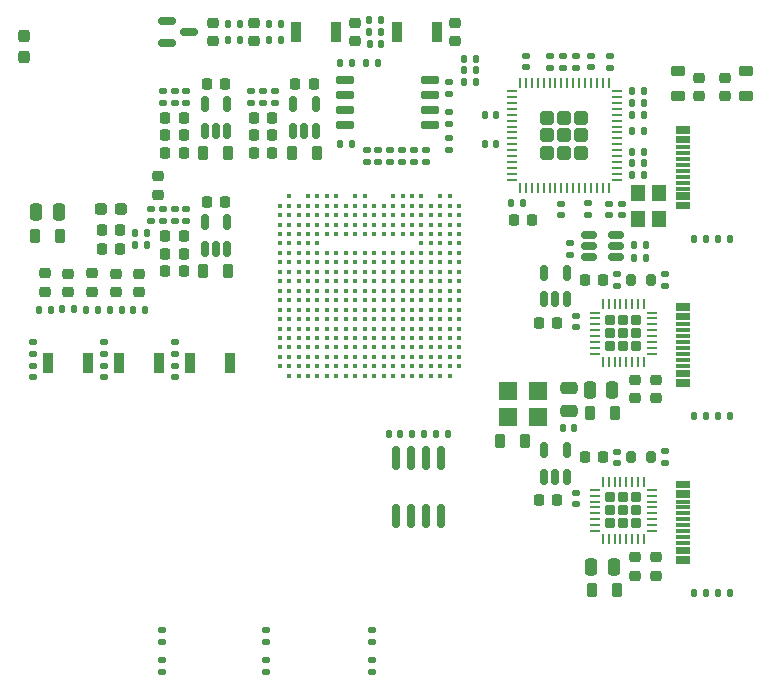
<source format=gbr>
%TF.GenerationSoftware,KiCad,Pcbnew,(5.99.0-10579-g11785b08fe)*%
%TF.CreationDate,2021-05-20T20:29:29+02:00*%
%TF.ProjectId,Mainboard,4d61696e-626f-4617-9264-2e6b69636164,1*%
%TF.SameCoordinates,Original*%
%TF.FileFunction,Paste,Top*%
%TF.FilePolarity,Positive*%
%FSLAX46Y46*%
G04 Gerber Fmt 4.6, Leading zero omitted, Abs format (unit mm)*
G04 Created by KiCad (PCBNEW (5.99.0-10579-g11785b08fe)) date 2021-05-20 20:29:29*
%MOMM*%
%LPD*%
G01*
G04 APERTURE LIST*
G04 Aperture macros list*
%AMRoundRect*
0 Rectangle with rounded corners*
0 $1 Rounding radius*
0 $2 $3 $4 $5 $6 $7 $8 $9 X,Y pos of 4 corners*
0 Add a 4 corners polygon primitive as box body*
4,1,4,$2,$3,$4,$5,$6,$7,$8,$9,$2,$3,0*
0 Add four circle primitives for the rounded corners*
1,1,$1+$1,$2,$3*
1,1,$1+$1,$4,$5*
1,1,$1+$1,$6,$7*
1,1,$1+$1,$8,$9*
0 Add four rect primitives between the rounded corners*
20,1,$1+$1,$2,$3,$4,$5,0*
20,1,$1+$1,$4,$5,$6,$7,0*
20,1,$1+$1,$6,$7,$8,$9,0*
20,1,$1+$1,$8,$9,$2,$3,0*%
G04 Aperture macros list end*
%ADD10RoundRect,0.237500X0.237500X-0.287500X0.237500X0.287500X-0.237500X0.287500X-0.237500X-0.287500X0*%
%ADD11RoundRect,0.135000X0.135000X0.185000X-0.135000X0.185000X-0.135000X-0.185000X0.135000X-0.185000X0*%
%ADD12RoundRect,0.237500X-0.287500X-0.237500X0.287500X-0.237500X0.287500X0.237500X-0.287500X0.237500X0*%
%ADD13RoundRect,0.218750X0.218750X0.256250X-0.218750X0.256250X-0.218750X-0.256250X0.218750X-0.256250X0*%
%ADD14RoundRect,0.225000X0.225000X0.250000X-0.225000X0.250000X-0.225000X-0.250000X0.225000X-0.250000X0*%
%ADD15RoundRect,0.140000X0.170000X-0.140000X0.170000X0.140000X-0.170000X0.140000X-0.170000X-0.140000X0*%
%ADD16RoundRect,0.200000X0.200000X0.275000X-0.200000X0.275000X-0.200000X-0.275000X0.200000X-0.275000X0*%
%ADD17RoundRect,0.225000X-0.225000X-0.250000X0.225000X-0.250000X0.225000X0.250000X-0.225000X0.250000X0*%
%ADD18RoundRect,0.140000X-0.170000X0.140000X-0.170000X-0.140000X0.170000X-0.140000X0.170000X0.140000X0*%
%ADD19RoundRect,0.225000X-0.250000X0.225000X-0.250000X-0.225000X0.250000X-0.225000X0.250000X0.225000X0*%
%ADD20RoundRect,0.250000X-0.250000X-0.475000X0.250000X-0.475000X0.250000X0.475000X-0.250000X0.475000X0*%
%ADD21R,1.150000X0.300000*%
%ADD22RoundRect,0.218750X0.218750X0.381250X-0.218750X0.381250X-0.218750X-0.381250X0.218750X-0.381250X0*%
%ADD23RoundRect,0.135000X0.185000X-0.135000X0.185000X0.135000X-0.185000X0.135000X-0.185000X-0.135000X0*%
%ADD24RoundRect,0.135000X-0.135000X-0.185000X0.135000X-0.185000X0.135000X0.185000X-0.135000X0.185000X0*%
%ADD25RoundRect,0.150000X0.150000X-0.512500X0.150000X0.512500X-0.150000X0.512500X-0.150000X-0.512500X0*%
%ADD26RoundRect,0.222500X-0.222500X-0.222500X0.222500X-0.222500X0.222500X0.222500X-0.222500X0.222500X0*%
%ADD27RoundRect,0.062500X-0.375000X-0.062500X0.375000X-0.062500X0.375000X0.062500X-0.375000X0.062500X0*%
%ADD28RoundRect,0.062500X-0.062500X-0.375000X0.062500X-0.375000X0.062500X0.375000X-0.062500X0.375000X0*%
%ADD29RoundRect,0.140000X-0.140000X-0.170000X0.140000X-0.170000X0.140000X0.170000X-0.140000X0.170000X0*%
%ADD30RoundRect,0.140000X0.140000X0.170000X-0.140000X0.170000X-0.140000X-0.170000X0.140000X-0.170000X0*%
%ADD31RoundRect,0.218750X-0.381250X0.218750X-0.381250X-0.218750X0.381250X-0.218750X0.381250X0.218750X0*%
%ADD32R,1.200000X1.400000*%
%ADD33RoundRect,0.250000X0.335000X0.335000X-0.335000X0.335000X-0.335000X-0.335000X0.335000X-0.335000X0*%
%ADD34RoundRect,0.062500X0.337500X0.062500X-0.337500X0.062500X-0.337500X-0.062500X0.337500X-0.062500X0*%
%ADD35RoundRect,0.062500X0.062500X0.337500X-0.062500X0.337500X-0.062500X-0.337500X0.062500X-0.337500X0*%
%ADD36RoundRect,0.218750X-0.256250X0.218750X-0.256250X-0.218750X0.256250X-0.218750X0.256250X0.218750X0*%
%ADD37RoundRect,0.135000X-0.185000X0.135000X-0.185000X-0.135000X0.185000X-0.135000X0.185000X0.135000X0*%
%ADD38RoundRect,0.218750X-0.218750X-0.381250X0.218750X-0.381250X0.218750X0.381250X-0.218750X0.381250X0*%
%ADD39R,0.900000X1.700000*%
%ADD40RoundRect,0.218750X0.256250X-0.218750X0.256250X0.218750X-0.256250X0.218750X-0.256250X-0.218750X0*%
%ADD41RoundRect,0.225000X0.250000X-0.225000X0.250000X0.225000X-0.250000X0.225000X-0.250000X-0.225000X0*%
%ADD42RoundRect,0.250000X0.475000X-0.250000X0.475000X0.250000X-0.475000X0.250000X-0.475000X-0.250000X0*%
%ADD43RoundRect,0.150000X0.150000X-0.825000X0.150000X0.825000X-0.150000X0.825000X-0.150000X-0.825000X0*%
%ADD44RoundRect,0.150000X-0.650000X-0.150000X0.650000X-0.150000X0.650000X0.150000X-0.650000X0.150000X0*%
%ADD45RoundRect,0.218750X-0.218750X-0.256250X0.218750X-0.256250X0.218750X0.256250X-0.218750X0.256250X0*%
%ADD46RoundRect,0.150000X-0.587500X-0.150000X0.587500X-0.150000X0.587500X0.150000X-0.587500X0.150000X0*%
%ADD47C,0.400000*%
%ADD48R,1.600000X1.500000*%
%ADD49RoundRect,0.150000X-0.512500X-0.150000X0.512500X-0.150000X0.512500X0.150000X-0.512500X0.150000X0*%
G04 APERTURE END LIST*
D10*
%TO.C,F2*%
X122750000Y-75625000D03*
X122750000Y-73875000D03*
%TD*%
D11*
%TO.C,R43*%
X133135000Y-90500000D03*
X132115000Y-90500000D03*
%TD*%
D12*
%TO.C,F1*%
X129250000Y-88500000D03*
X131000000Y-88500000D03*
%TD*%
D13*
%TO.C,D12*%
X130912500Y-90250000D03*
X129337500Y-90250000D03*
%TD*%
D14*
%TO.C,C203*%
X171775000Y-109500000D03*
X170225000Y-109500000D03*
%TD*%
D15*
%TO.C,C107*%
X173000000Y-94980000D03*
X173000000Y-94020000D03*
%TD*%
D16*
%TO.C,R205*%
X175825000Y-109500000D03*
X174175000Y-109500000D03*
%TD*%
%TO.C,R105*%
X175825000Y-94500000D03*
X174175000Y-94500000D03*
%TD*%
D17*
%TO.C,C102*%
X166350000Y-98125000D03*
X167900000Y-98125000D03*
%TD*%
D14*
%TO.C,C103*%
X170225000Y-94500000D03*
X171775000Y-94500000D03*
%TD*%
D18*
%TO.C,C105*%
X169500000Y-97520000D03*
X169500000Y-98480000D03*
%TD*%
D19*
%TO.C,C106*%
X174500000Y-102975000D03*
X174500000Y-104525000D03*
%TD*%
D17*
%TO.C,C202*%
X166350000Y-113125000D03*
X167900000Y-113125000D03*
%TD*%
D19*
%TO.C,C204*%
X176250000Y-117975000D03*
X176250000Y-119525000D03*
%TD*%
D18*
%TO.C,C205*%
X169500000Y-112520000D03*
X169500000Y-113480000D03*
%TD*%
D19*
%TO.C,C206*%
X174500000Y-117975000D03*
X174500000Y-119525000D03*
%TD*%
D15*
%TO.C,C207*%
X173000000Y-109980000D03*
X173000000Y-109020000D03*
%TD*%
D20*
%TO.C,C201*%
X170775000Y-118800000D03*
X172675000Y-118800000D03*
%TD*%
D21*
%TO.C,J101*%
X178580000Y-103350000D03*
X178580000Y-102550000D03*
X178580000Y-101250000D03*
X178580000Y-100250000D03*
X178580000Y-99750000D03*
X178580000Y-98750000D03*
X178580000Y-97450000D03*
X178580000Y-96650000D03*
X178580000Y-96950000D03*
X178580000Y-97750000D03*
X178580000Y-98250000D03*
X178580000Y-99250000D03*
X178580000Y-100750000D03*
X178580000Y-101750000D03*
X178580000Y-102250000D03*
X178580000Y-103050000D03*
%TD*%
%TO.C,J201*%
X178580000Y-118350000D03*
X178580000Y-117550000D03*
X178580000Y-116250000D03*
X178580000Y-115250000D03*
X178580000Y-114750000D03*
X178580000Y-113750000D03*
X178580000Y-112450000D03*
X178580000Y-111650000D03*
X178580000Y-111950000D03*
X178580000Y-112750000D03*
X178580000Y-113250000D03*
X178580000Y-114250000D03*
X178580000Y-115750000D03*
X178580000Y-116750000D03*
X178580000Y-117250000D03*
X178580000Y-118050000D03*
%TD*%
D22*
%TO.C,L101*%
X172812500Y-105750000D03*
X170687500Y-105750000D03*
%TD*%
D11*
%TO.C,R102*%
X182510000Y-106000000D03*
X181490000Y-106000000D03*
%TD*%
D23*
%TO.C,R104*%
X177000000Y-95010000D03*
X177000000Y-93990000D03*
%TD*%
D24*
%TO.C,R201*%
X179490000Y-121000000D03*
X180510000Y-121000000D03*
%TD*%
D11*
%TO.C,R202*%
X182510000Y-121000000D03*
X181490000Y-121000000D03*
%TD*%
D23*
%TO.C,R204*%
X177000000Y-110010000D03*
X177000000Y-108990000D03*
%TD*%
D25*
%TO.C,U102*%
X166800000Y-96137500D03*
X167750000Y-96137500D03*
X168700000Y-96137500D03*
X168700000Y-93862500D03*
X166800000Y-93862500D03*
%TD*%
D26*
%TO.C,U101*%
X172400000Y-97900000D03*
X172400000Y-99000000D03*
X172400000Y-100100000D03*
X173500000Y-100100000D03*
X174600000Y-97900000D03*
X174600000Y-100100000D03*
X174600000Y-99000000D03*
X173500000Y-99000000D03*
X173500000Y-97900000D03*
D27*
X171062500Y-97250000D03*
X171062500Y-97750000D03*
X171062500Y-98250000D03*
X171062500Y-98750000D03*
X171062500Y-99250000D03*
X171062500Y-99750000D03*
X171062500Y-100250000D03*
X171062500Y-100750000D03*
D28*
X171750000Y-101437500D03*
X172250000Y-101437500D03*
X172750000Y-101437500D03*
X173250000Y-101437500D03*
X173750000Y-101437500D03*
X174250000Y-101437500D03*
X174750000Y-101437500D03*
X175250000Y-101437500D03*
D27*
X175937500Y-100750000D03*
X175937500Y-100250000D03*
X175937500Y-99750000D03*
X175937500Y-99250000D03*
X175937500Y-98750000D03*
X175937500Y-98250000D03*
X175937500Y-97750000D03*
X175937500Y-97250000D03*
D28*
X175250000Y-96562500D03*
X174750000Y-96562500D03*
X174250000Y-96562500D03*
X173750000Y-96562500D03*
X173250000Y-96562500D03*
X172750000Y-96562500D03*
X172250000Y-96562500D03*
X171750000Y-96562500D03*
%TD*%
D25*
%TO.C,U202*%
X166800000Y-111137500D03*
X167750000Y-111137500D03*
X168700000Y-111137500D03*
X168700000Y-108862500D03*
X166800000Y-108862500D03*
%TD*%
D26*
%TO.C,U201*%
X174600000Y-115100000D03*
X173500000Y-114000000D03*
X173500000Y-112900000D03*
X172400000Y-115100000D03*
X172400000Y-114000000D03*
X173500000Y-115100000D03*
X174600000Y-112900000D03*
X172400000Y-112900000D03*
X174600000Y-114000000D03*
D27*
X171062500Y-112250000D03*
X171062500Y-112750000D03*
X171062500Y-113250000D03*
X171062500Y-113750000D03*
X171062500Y-114250000D03*
X171062500Y-114750000D03*
X171062500Y-115250000D03*
X171062500Y-115750000D03*
D28*
X171750000Y-116437500D03*
X172250000Y-116437500D03*
X172750000Y-116437500D03*
X173250000Y-116437500D03*
X173750000Y-116437500D03*
X174250000Y-116437500D03*
X174750000Y-116437500D03*
X175250000Y-116437500D03*
D27*
X175937500Y-115750000D03*
X175937500Y-115250000D03*
X175937500Y-114750000D03*
X175937500Y-114250000D03*
X175937500Y-113750000D03*
X175937500Y-113250000D03*
X175937500Y-112750000D03*
X175937500Y-112250000D03*
D28*
X175250000Y-111562500D03*
X174750000Y-111562500D03*
X174250000Y-111562500D03*
X173750000Y-111562500D03*
X173250000Y-111562500D03*
X172750000Y-111562500D03*
X172250000Y-111562500D03*
X171750000Y-111562500D03*
%TD*%
D24*
%TO.C,R101*%
X179490000Y-106000000D03*
X180510000Y-106000000D03*
%TD*%
D19*
%TO.C,C104*%
X176250000Y-102975000D03*
X176250000Y-104525000D03*
%TD*%
D20*
%TO.C,C101*%
X170650000Y-103800000D03*
X172550000Y-103800000D03*
%TD*%
D22*
%TO.C,L201*%
X172937500Y-120750000D03*
X170812500Y-120750000D03*
%TD*%
D21*
%TO.C,J501*%
X178580000Y-88350000D03*
X178580000Y-87550000D03*
X178580000Y-86250000D03*
X178580000Y-85250000D03*
X178580000Y-84750000D03*
X178580000Y-83750000D03*
X178580000Y-82450000D03*
X178580000Y-81650000D03*
X178580000Y-81950000D03*
X178580000Y-82750000D03*
X178580000Y-83250000D03*
X178580000Y-84250000D03*
X178580000Y-85750000D03*
X178580000Y-86750000D03*
X178580000Y-87250000D03*
X178580000Y-88050000D03*
%TD*%
D24*
%TO.C,R501*%
X179490000Y-91000000D03*
X180510000Y-91000000D03*
%TD*%
D11*
%TO.C,R502*%
X182510000Y-91000000D03*
X181490000Y-91000000D03*
%TD*%
D18*
%TO.C,C501*%
X173375000Y-88020000D03*
X173375000Y-88980000D03*
%TD*%
D29*
%TO.C,C502*%
X174270000Y-85625000D03*
X175230000Y-85625000D03*
%TD*%
%TO.C,C506*%
X174270000Y-81875000D03*
X175230000Y-81875000D03*
%TD*%
D30*
%TO.C,C507*%
X162730000Y-80500000D03*
X161770000Y-80500000D03*
%TD*%
D29*
%TO.C,C509*%
X174270000Y-80500000D03*
X175230000Y-80500000D03*
%TD*%
D30*
%TO.C,C510*%
X162730000Y-83000000D03*
X161770000Y-83000000D03*
%TD*%
D15*
%TO.C,C511*%
X170750000Y-76480000D03*
X170750000Y-75520000D03*
%TD*%
%TO.C,C512*%
X165250000Y-76480000D03*
X165250000Y-75520000D03*
%TD*%
D29*
%TO.C,C514*%
X164020000Y-88000000D03*
X164980000Y-88000000D03*
%TD*%
D17*
%TO.C,C515*%
X164225000Y-89400000D03*
X165775000Y-89400000D03*
%TD*%
D31*
%TO.C,L1*%
X178125000Y-76812500D03*
X178125000Y-78937500D03*
%TD*%
%TO.C,L501*%
X183875000Y-76812500D03*
X183875000Y-78937500D03*
%TD*%
D23*
%TO.C,R508*%
X170500000Y-89010000D03*
X170500000Y-87990000D03*
%TD*%
D32*
%TO.C,Y501*%
X174775000Y-87150000D03*
X174775000Y-89350000D03*
X176475000Y-89350000D03*
X176475000Y-87150000D03*
%TD*%
D18*
%TO.C,C508*%
X172250000Y-88020000D03*
X172250000Y-88980000D03*
%TD*%
D23*
%TO.C,R601*%
X152200000Y-125110000D03*
X152200000Y-124090000D03*
%TD*%
%TO.C,R602*%
X152200000Y-127710000D03*
X152200000Y-126690000D03*
%TD*%
%TO.C,R611*%
X143200000Y-125110000D03*
X143200000Y-124090000D03*
%TD*%
%TO.C,R612*%
X143200000Y-127710000D03*
X143200000Y-126690000D03*
%TD*%
%TO.C,R621*%
X134400000Y-125110000D03*
X134400000Y-124090000D03*
%TD*%
%TO.C,R622*%
X134400000Y-127710000D03*
X134400000Y-126690000D03*
%TD*%
D33*
%TO.C,U501*%
X168500000Y-80800000D03*
X169950000Y-82250000D03*
X169950000Y-80800000D03*
X167050000Y-82250000D03*
X167050000Y-80800000D03*
X169950000Y-83700000D03*
X167050000Y-83700000D03*
X168500000Y-83700000D03*
X168500000Y-82250000D03*
D34*
X172950000Y-86000000D03*
X172950000Y-85500000D03*
X172950000Y-85000000D03*
X172950000Y-84500000D03*
X172950000Y-84000000D03*
X172950000Y-83500000D03*
X172950000Y-83000000D03*
X172950000Y-82500000D03*
X172950000Y-82000000D03*
X172950000Y-81500000D03*
X172950000Y-81000000D03*
X172950000Y-80500000D03*
X172950000Y-80000000D03*
X172950000Y-79500000D03*
X172950000Y-79000000D03*
X172950000Y-78500000D03*
D35*
X172250000Y-77800000D03*
X171750000Y-77800000D03*
X171250000Y-77800000D03*
X170750000Y-77800000D03*
X170250000Y-77800000D03*
X169750000Y-77800000D03*
X169250000Y-77800000D03*
X168750000Y-77800000D03*
X168250000Y-77800000D03*
X167750000Y-77800000D03*
X167250000Y-77800000D03*
X166750000Y-77800000D03*
X166250000Y-77800000D03*
X165750000Y-77800000D03*
X165250000Y-77800000D03*
X164750000Y-77800000D03*
D34*
X164050000Y-78500000D03*
X164050000Y-79000000D03*
X164050000Y-79500000D03*
X164050000Y-80000000D03*
X164050000Y-80500000D03*
X164050000Y-81000000D03*
X164050000Y-81500000D03*
X164050000Y-82000000D03*
X164050000Y-82500000D03*
X164050000Y-83000000D03*
X164050000Y-83500000D03*
X164050000Y-84000000D03*
X164050000Y-84500000D03*
X164050000Y-85000000D03*
X164050000Y-85500000D03*
X164050000Y-86000000D03*
D35*
X164750000Y-86700000D03*
X165250000Y-86700000D03*
X165750000Y-86700000D03*
X166250000Y-86700000D03*
X166750000Y-86700000D03*
X167250000Y-86700000D03*
X167750000Y-86700000D03*
X168250000Y-86700000D03*
X168750000Y-86700000D03*
X169250000Y-86700000D03*
X169750000Y-86700000D03*
X170250000Y-86700000D03*
X170750000Y-86700000D03*
X171250000Y-86700000D03*
X171750000Y-86700000D03*
X172250000Y-86700000D03*
%TD*%
D36*
%TO.C,D3*%
X128500000Y-93925000D03*
X128500000Y-95500000D03*
%TD*%
%TO.C,D4*%
X130500000Y-93962500D03*
X130500000Y-95537500D03*
%TD*%
%TO.C,D5*%
X124500000Y-93925000D03*
X124500000Y-95500000D03*
%TD*%
D37*
%TO.C,R3*%
X123500000Y-99740000D03*
X123500000Y-100760000D03*
%TD*%
%TO.C,R4*%
X129500000Y-99740000D03*
X129500000Y-100760000D03*
%TD*%
%TO.C,R5*%
X135500000Y-99740000D03*
X135500000Y-100760000D03*
%TD*%
D20*
%TO.C,C3*%
X123800000Y-88750000D03*
X125700000Y-88750000D03*
%TD*%
D22*
%TO.C,L2*%
X125812500Y-90750000D03*
X123687500Y-90750000D03*
%TD*%
D36*
%TO.C,D2*%
X134125000Y-85712500D03*
X134125000Y-87287500D03*
%TD*%
D38*
%TO.C,L6*%
X163062500Y-108125000D03*
X165187500Y-108125000D03*
%TD*%
D23*
%TO.C,R36*%
X169500000Y-76510000D03*
X169500000Y-75490000D03*
%TD*%
D39*
%TO.C,SW4*%
X134200000Y-101480000D03*
X130800000Y-101480000D03*
%TD*%
D24*
%TO.C,R38*%
X155615000Y-107500000D03*
X156635000Y-107500000D03*
%TD*%
D25*
%TO.C,U4*%
X138050000Y-81887500D03*
X139000000Y-81887500D03*
X139950000Y-81887500D03*
X139950000Y-79612500D03*
X138050000Y-79612500D03*
%TD*%
D14*
%TO.C,C14*%
X136275000Y-83750000D03*
X134725000Y-83750000D03*
%TD*%
%TO.C,C16*%
X136275000Y-92250000D03*
X134725000Y-92250000D03*
%TD*%
D29*
%TO.C,C516*%
X174270000Y-78500000D03*
X175230000Y-78500000D03*
%TD*%
D23*
%TO.C,R15*%
X153750000Y-84510000D03*
X153750000Y-83490000D03*
%TD*%
D18*
%TO.C,C52*%
X129500000Y-101750000D03*
X129500000Y-102710000D03*
%TD*%
D24*
%TO.C,R16*%
X151740000Y-76125000D03*
X152760000Y-76125000D03*
%TD*%
D37*
%TO.C,R11*%
X134500000Y-78490000D03*
X134500000Y-79510000D03*
%TD*%
D11*
%TO.C,R40*%
X125010000Y-97000000D03*
X123990000Y-97000000D03*
%TD*%
%TO.C,R503*%
X175260000Y-83625000D03*
X174240000Y-83625000D03*
%TD*%
D17*
%TO.C,C4*%
X138225000Y-87875000D03*
X139775000Y-87875000D03*
%TD*%
D40*
%TO.C,D10*%
X150750000Y-74287500D03*
X150750000Y-72712500D03*
%TD*%
D23*
%TO.C,R34*%
X167250000Y-76510000D03*
X167250000Y-75490000D03*
%TD*%
D11*
%TO.C,R505*%
X175385000Y-92625000D03*
X174365000Y-92625000D03*
%TD*%
D14*
%TO.C,C10*%
X136275000Y-90750000D03*
X134725000Y-90750000D03*
%TD*%
D15*
%TO.C,C9*%
X143000000Y-79480000D03*
X143000000Y-78520000D03*
%TD*%
D25*
%TO.C,U3*%
X138050000Y-91887500D03*
X139000000Y-91887500D03*
X139950000Y-91887500D03*
X139950000Y-89612500D03*
X138050000Y-89612500D03*
%TD*%
D37*
%TO.C,R13*%
X142000000Y-78490000D03*
X142000000Y-79510000D03*
%TD*%
%TO.C,R14*%
X154750000Y-83490000D03*
X154750000Y-84510000D03*
%TD*%
D41*
%TO.C,C503*%
X182125000Y-78900000D03*
X182125000Y-77350000D03*
%TD*%
%TO.C,C505*%
X179875000Y-78900000D03*
X179875000Y-77350000D03*
%TD*%
D37*
%TO.C,R17*%
X152750000Y-83490000D03*
X152750000Y-84510000D03*
%TD*%
D18*
%TO.C,C53*%
X135500000Y-101750000D03*
X135500000Y-102710000D03*
%TD*%
D37*
%TO.C,R9*%
X134500000Y-88490000D03*
X134500000Y-89510000D03*
%TD*%
D14*
%TO.C,C17*%
X136275000Y-82250000D03*
X134725000Y-82250000D03*
%TD*%
D18*
%TO.C,C513*%
X168250000Y-88020000D03*
X168250000Y-88980000D03*
%TD*%
D42*
%TO.C,C19*%
X168875000Y-105575000D03*
X168875000Y-103675000D03*
%TD*%
D14*
%TO.C,C18*%
X143775000Y-82250000D03*
X142225000Y-82250000D03*
%TD*%
D11*
%TO.C,R29*%
X153010000Y-72500000D03*
X151990000Y-72500000D03*
%TD*%
D39*
%TO.C,SW5*%
X140200000Y-101480000D03*
X136800000Y-101480000D03*
%TD*%
%TO.C,SW2*%
X145800000Y-73500000D03*
X149200000Y-73500000D03*
%TD*%
%TO.C,SW1*%
X154300000Y-73500000D03*
X157700000Y-73500000D03*
%TD*%
D40*
%TO.C,D7*%
X138750000Y-74287500D03*
X138750000Y-72712500D03*
%TD*%
D11*
%TO.C,R42*%
X133020000Y-97000000D03*
X132000000Y-97000000D03*
%TD*%
%TO.C,R1*%
X133135000Y-91500000D03*
X132115000Y-91500000D03*
%TD*%
D23*
%TO.C,R10*%
X136500000Y-79510000D03*
X136500000Y-78490000D03*
%TD*%
D39*
%TO.C,SW3*%
X128200000Y-101480000D03*
X124800000Y-101480000D03*
%TD*%
D40*
%TO.C,D8*%
X159250000Y-74287500D03*
X159250000Y-72712500D03*
%TD*%
D11*
%TO.C,R28*%
X150510000Y-76125000D03*
X149490000Y-76125000D03*
%TD*%
D23*
%TO.C,R7*%
X155750000Y-84510000D03*
X155750000Y-83490000D03*
%TD*%
D11*
%TO.C,R27*%
X144510000Y-74200000D03*
X143490000Y-74200000D03*
%TD*%
D43*
%TO.C,U6*%
X154220000Y-114475000D03*
X155490000Y-114475000D03*
X156760000Y-114475000D03*
X158030000Y-114475000D03*
X158030000Y-109525000D03*
X156760000Y-109525000D03*
X155490000Y-109525000D03*
X154220000Y-109525000D03*
%TD*%
D36*
%TO.C,D11*%
X132500000Y-93962500D03*
X132500000Y-95537500D03*
%TD*%
D18*
%TO.C,C51*%
X123500000Y-101770000D03*
X123500000Y-102730000D03*
%TD*%
D11*
%TO.C,R37*%
X158635000Y-107500000D03*
X157615000Y-107500000D03*
%TD*%
%TO.C,R41*%
X127020000Y-96980000D03*
X126000000Y-96980000D03*
%TD*%
D14*
%TO.C,C12*%
X143775000Y-80750000D03*
X142225000Y-80750000D03*
%TD*%
D15*
%TO.C,C8*%
X135500000Y-79480000D03*
X135500000Y-78520000D03*
%TD*%
D23*
%TO.C,R35*%
X168375000Y-76510000D03*
X168375000Y-75490000D03*
%TD*%
D11*
%TO.C,R31*%
X153010000Y-73500000D03*
X151990000Y-73500000D03*
%TD*%
D30*
%TO.C,C50*%
X154605000Y-107500000D03*
X153645000Y-107500000D03*
%TD*%
D14*
%TO.C,C11*%
X136275000Y-80750000D03*
X134725000Y-80750000D03*
%TD*%
D44*
%TO.C,U2*%
X149900000Y-77595000D03*
X149900000Y-78865000D03*
X149900000Y-80135000D03*
X149900000Y-81405000D03*
X157100000Y-81405000D03*
X157100000Y-80135000D03*
X157100000Y-78865000D03*
X157100000Y-77595000D03*
%TD*%
D23*
%TO.C,R2*%
X133500000Y-89510000D03*
X133500000Y-88490000D03*
%TD*%
D14*
%TO.C,C15*%
X143775000Y-83750000D03*
X142225000Y-83750000D03*
%TD*%
D15*
%TO.C,C7*%
X135500000Y-89480000D03*
X135500000Y-88520000D03*
%TD*%
D11*
%TO.C,R504*%
X175385000Y-91500000D03*
X174365000Y-91500000D03*
%TD*%
D29*
%TO.C,C20*%
X168395000Y-107000000D03*
X169355000Y-107000000D03*
%TD*%
D23*
%TO.C,R506*%
X169000000Y-92385000D03*
X169000000Y-91365000D03*
%TD*%
D24*
%TO.C,R30*%
X149490000Y-83000000D03*
X150510000Y-83000000D03*
%TD*%
D23*
%TO.C,R18*%
X151750000Y-84510000D03*
X151750000Y-83490000D03*
%TD*%
D36*
%TO.C,D6*%
X126500000Y-93962500D03*
X126500000Y-95537500D03*
%TD*%
D25*
%TO.C,U5*%
X145550000Y-81887500D03*
X146500000Y-81887500D03*
X147450000Y-81887500D03*
X147450000Y-79612500D03*
X145550000Y-79612500D03*
%TD*%
D37*
%TO.C,R6*%
X156750000Y-83490000D03*
X156750000Y-84510000D03*
%TD*%
D40*
%TO.C,D9*%
X142250000Y-74287500D03*
X142250000Y-72712500D03*
%TD*%
D11*
%TO.C,R22*%
X161010000Y-75750000D03*
X159990000Y-75750000D03*
%TD*%
D37*
%TO.C,R32*%
X158750000Y-77730000D03*
X158750000Y-78750000D03*
%TD*%
D45*
%TO.C,D1*%
X129337500Y-91875000D03*
X130912500Y-91875000D03*
%TD*%
D37*
%TO.C,R24*%
X158750000Y-82490000D03*
X158750000Y-83510000D03*
%TD*%
D23*
%TO.C,R12*%
X144000000Y-79510000D03*
X144000000Y-78490000D03*
%TD*%
D24*
%TO.C,R507*%
X174240000Y-79500000D03*
X175260000Y-79500000D03*
%TD*%
D17*
%TO.C,C6*%
X145725000Y-77875000D03*
X147275000Y-77875000D03*
%TD*%
D29*
%TO.C,C2*%
X152020000Y-74500000D03*
X152980000Y-74500000D03*
%TD*%
D46*
%TO.C,Q1*%
X134825000Y-72550000D03*
X134825000Y-74450000D03*
X136700000Y-73500000D03*
%TD*%
D29*
%TO.C,C1*%
X160020000Y-77750000D03*
X160980000Y-77750000D03*
%TD*%
D11*
%TO.C,R26*%
X161010000Y-76750000D03*
X159990000Y-76750000D03*
%TD*%
D47*
%TO.C,U1*%
X158800000Y-102600000D03*
X158000000Y-102600000D03*
X157200000Y-102600000D03*
X156400000Y-102600000D03*
X155600000Y-102600000D03*
X154800000Y-102600000D03*
X154000000Y-102600000D03*
X153200000Y-102600000D03*
X152400000Y-102600000D03*
X151600000Y-102600000D03*
X150800000Y-102600000D03*
X150000000Y-102600000D03*
X149200000Y-102600000D03*
X148400000Y-102600000D03*
X147600000Y-102600000D03*
X146800000Y-102600000D03*
X146000000Y-102600000D03*
X145200000Y-102600000D03*
X159600000Y-101800000D03*
X158800000Y-101800000D03*
X158000000Y-101800000D03*
X157200000Y-101800000D03*
X156400000Y-101800000D03*
X155600000Y-101800000D03*
X154800000Y-101800000D03*
X154000000Y-101800000D03*
X153200000Y-101800000D03*
X152400000Y-101800000D03*
X151600000Y-101800000D03*
X150800000Y-101800000D03*
X150000000Y-101800000D03*
X149200000Y-101800000D03*
X148400000Y-101800000D03*
X147600000Y-101800000D03*
X146800000Y-101800000D03*
X146000000Y-101800000D03*
X145200000Y-101800000D03*
X144400000Y-101800000D03*
X159600000Y-101000000D03*
X158800000Y-101000000D03*
X158000000Y-101000000D03*
X157200000Y-101000000D03*
X156400000Y-101000000D03*
X155600000Y-101000000D03*
X154800000Y-101000000D03*
X154000000Y-101000000D03*
X153200000Y-101000000D03*
X152400000Y-101000000D03*
X151600000Y-101000000D03*
X150800000Y-101000000D03*
X150000000Y-101000000D03*
X149200000Y-101000000D03*
X148400000Y-101000000D03*
X147600000Y-101000000D03*
X146800000Y-101000000D03*
X146000000Y-101000000D03*
X145200000Y-101000000D03*
X144400000Y-101000000D03*
X159600000Y-100200000D03*
X158800000Y-100200000D03*
X158000000Y-100200000D03*
X157200000Y-100200000D03*
X156400000Y-100200000D03*
X155600000Y-100200000D03*
X154800000Y-100200000D03*
X154000000Y-100200000D03*
X153200000Y-100200000D03*
X152400000Y-100200000D03*
X151600000Y-100200000D03*
X150800000Y-100200000D03*
X150000000Y-100200000D03*
X149200000Y-100200000D03*
X148400000Y-100200000D03*
X147600000Y-100200000D03*
X146800000Y-100200000D03*
X146000000Y-100200000D03*
X145200000Y-100200000D03*
X144400000Y-100200000D03*
X159600000Y-99400000D03*
X158800000Y-99400000D03*
X158000000Y-99400000D03*
X157200000Y-99400000D03*
X156400000Y-99400000D03*
X155600000Y-99400000D03*
X154800000Y-99400000D03*
X154000000Y-99400000D03*
X153200000Y-99400000D03*
X152400000Y-99400000D03*
X151600000Y-99400000D03*
X150800000Y-99400000D03*
X150000000Y-99400000D03*
X149200000Y-99400000D03*
X148400000Y-99400000D03*
X147600000Y-99400000D03*
X146800000Y-99400000D03*
X146000000Y-99400000D03*
X145200000Y-99400000D03*
X144400000Y-99400000D03*
X159600000Y-98600000D03*
X158800000Y-98600000D03*
X158000000Y-98600000D03*
X157200000Y-98600000D03*
X156400000Y-98600000D03*
X155600000Y-98600000D03*
X154800000Y-98600000D03*
X154000000Y-98600000D03*
X153200000Y-98600000D03*
X152400000Y-98600000D03*
X151600000Y-98600000D03*
X150800000Y-98600000D03*
X150000000Y-98600000D03*
X149200000Y-98600000D03*
X148400000Y-98600000D03*
X147600000Y-98600000D03*
X146800000Y-98600000D03*
X146000000Y-98600000D03*
X145200000Y-98600000D03*
X144400000Y-98600000D03*
X159600000Y-97800000D03*
X158800000Y-97800000D03*
X158000000Y-97800000D03*
X157200000Y-97800000D03*
X156400000Y-97800000D03*
X155600000Y-97800000D03*
X154800000Y-97800000D03*
X154000000Y-97800000D03*
X153200000Y-97800000D03*
X152400000Y-97800000D03*
X151600000Y-97800000D03*
X150800000Y-97800000D03*
X150000000Y-97800000D03*
X149200000Y-97800000D03*
X148400000Y-97800000D03*
X147600000Y-97800000D03*
X146800000Y-97800000D03*
X146000000Y-97800000D03*
X145200000Y-97800000D03*
X144400000Y-97800000D03*
X159600000Y-97000000D03*
X158800000Y-97000000D03*
X158000000Y-97000000D03*
X157200000Y-97000000D03*
X156400000Y-97000000D03*
X155600000Y-97000000D03*
X154800000Y-97000000D03*
X154000000Y-97000000D03*
X153200000Y-97000000D03*
X152400000Y-97000000D03*
X151600000Y-97000000D03*
X150800000Y-97000000D03*
X150000000Y-97000000D03*
X149200000Y-97000000D03*
X148400000Y-97000000D03*
X147600000Y-97000000D03*
X146800000Y-97000000D03*
X146000000Y-97000000D03*
X145200000Y-97000000D03*
X144400000Y-97000000D03*
X159600000Y-96200000D03*
X158800000Y-96200000D03*
X158000000Y-96200000D03*
X157200000Y-96200000D03*
X156400000Y-96200000D03*
X155600000Y-96200000D03*
X154800000Y-96200000D03*
X154000000Y-96200000D03*
X153200000Y-96200000D03*
X152400000Y-96200000D03*
X151600000Y-96200000D03*
X150800000Y-96200000D03*
X150000000Y-96200000D03*
X149200000Y-96200000D03*
X148400000Y-96200000D03*
X147600000Y-96200000D03*
X146800000Y-96200000D03*
X146000000Y-96200000D03*
X145200000Y-96200000D03*
X144400000Y-96200000D03*
X159600000Y-95400000D03*
X158800000Y-95400000D03*
X158000000Y-95400000D03*
X157200000Y-95400000D03*
X156400000Y-95400000D03*
X155600000Y-95400000D03*
X154800000Y-95400000D03*
X154000000Y-95400000D03*
X153200000Y-95400000D03*
X152400000Y-95400000D03*
X151600000Y-95400000D03*
X150800000Y-95400000D03*
X150000000Y-95400000D03*
X149200000Y-95400000D03*
X148400000Y-95400000D03*
X147600000Y-95400000D03*
X146800000Y-95400000D03*
X146000000Y-95400000D03*
X145200000Y-95400000D03*
X144400000Y-95400000D03*
X159600000Y-94600000D03*
X158800000Y-94600000D03*
X158000000Y-94600000D03*
X157200000Y-94600000D03*
X156400000Y-94600000D03*
X155600000Y-94600000D03*
X154800000Y-94600000D03*
X154000000Y-94600000D03*
X153200000Y-94600000D03*
X152400000Y-94600000D03*
X151600000Y-94600000D03*
X150800000Y-94600000D03*
X150000000Y-94600000D03*
X149200000Y-94600000D03*
X148400000Y-94600000D03*
X147600000Y-94600000D03*
X146800000Y-94600000D03*
X146000000Y-94600000D03*
X145200000Y-94600000D03*
X144400000Y-94600000D03*
X159600000Y-93800000D03*
X158800000Y-93800000D03*
X158000000Y-93800000D03*
X157200000Y-93800000D03*
X156400000Y-93800000D03*
X155600000Y-93800000D03*
X154800000Y-93800000D03*
X154000000Y-93800000D03*
X153200000Y-93800000D03*
X152400000Y-93800000D03*
X151600000Y-93800000D03*
X150800000Y-93800000D03*
X150000000Y-93800000D03*
X149200000Y-93800000D03*
X148400000Y-93800000D03*
X147600000Y-93800000D03*
X146800000Y-93800000D03*
X146000000Y-93800000D03*
X145200000Y-93800000D03*
X144400000Y-93800000D03*
X159600000Y-93000000D03*
X158800000Y-93000000D03*
X158000000Y-93000000D03*
X157200000Y-93000000D03*
X156400000Y-93000000D03*
X155600000Y-93000000D03*
X154800000Y-93000000D03*
X154000000Y-93000000D03*
X153200000Y-93000000D03*
X152400000Y-93000000D03*
X151600000Y-93000000D03*
X150800000Y-93000000D03*
X150000000Y-93000000D03*
X149200000Y-93000000D03*
X148400000Y-93000000D03*
X147600000Y-93000000D03*
X146800000Y-93000000D03*
X146000000Y-93000000D03*
X145200000Y-93000000D03*
X144400000Y-93000000D03*
X159600000Y-92200000D03*
X158800000Y-92200000D03*
X158000000Y-92200000D03*
X157200000Y-92200000D03*
X156400000Y-92200000D03*
X155600000Y-92200000D03*
X154800000Y-92200000D03*
X154000000Y-92200000D03*
X153200000Y-92200000D03*
X152400000Y-92200000D03*
X151600000Y-92200000D03*
X150800000Y-92200000D03*
X150000000Y-92200000D03*
X149200000Y-92200000D03*
X148400000Y-92200000D03*
X147600000Y-92200000D03*
X146800000Y-92200000D03*
X146000000Y-92200000D03*
X145200000Y-92200000D03*
X144400000Y-92200000D03*
X159600000Y-91400000D03*
X158800000Y-91400000D03*
X158000000Y-91400000D03*
X157200000Y-91400000D03*
X156400000Y-91400000D03*
X147600000Y-91400000D03*
X146800000Y-91400000D03*
X146000000Y-91400000D03*
X145200000Y-91400000D03*
X144400000Y-91400000D03*
X159600000Y-90600000D03*
X158800000Y-90600000D03*
X158000000Y-90600000D03*
X157200000Y-90600000D03*
X156400000Y-90600000D03*
X155600000Y-90600000D03*
X154800000Y-90600000D03*
X154000000Y-90600000D03*
X153200000Y-90600000D03*
X152400000Y-90600000D03*
X151600000Y-90600000D03*
X150800000Y-90600000D03*
X150000000Y-90600000D03*
X149200000Y-90600000D03*
X148400000Y-90600000D03*
X147600000Y-90600000D03*
X146800000Y-90600000D03*
X146000000Y-90600000D03*
X145200000Y-90600000D03*
X144400000Y-90600000D03*
X159600000Y-89800000D03*
X158800000Y-89800000D03*
X158000000Y-89800000D03*
X157200000Y-89800000D03*
X156400000Y-89800000D03*
X155600000Y-89800000D03*
X154800000Y-89800000D03*
X154000000Y-89800000D03*
X153200000Y-89800000D03*
X152400000Y-89800000D03*
X151600000Y-89800000D03*
X150800000Y-89800000D03*
X150000000Y-89800000D03*
X149200000Y-89800000D03*
X148400000Y-89800000D03*
X147600000Y-89800000D03*
X146800000Y-89800000D03*
X146000000Y-89800000D03*
X145200000Y-89800000D03*
X144400000Y-89800000D03*
X159600000Y-89000000D03*
X158800000Y-89000000D03*
X158000000Y-89000000D03*
X157200000Y-89000000D03*
X156400000Y-89000000D03*
X155600000Y-89000000D03*
X154800000Y-89000000D03*
X154000000Y-89000000D03*
X153200000Y-89000000D03*
X152400000Y-89000000D03*
X151600000Y-89000000D03*
X150800000Y-89000000D03*
X150000000Y-89000000D03*
X149200000Y-89000000D03*
X148400000Y-89000000D03*
X147600000Y-89000000D03*
X146800000Y-89000000D03*
X146000000Y-89000000D03*
X145200000Y-89000000D03*
X144400000Y-89000000D03*
X159600000Y-88200000D03*
X158800000Y-88200000D03*
X158000000Y-88200000D03*
X157200000Y-88200000D03*
X156400000Y-88200000D03*
X155600000Y-88200000D03*
X154800000Y-88200000D03*
X154000000Y-88200000D03*
X153200000Y-88200000D03*
X152400000Y-88200000D03*
X151600000Y-88200000D03*
X150800000Y-88200000D03*
X150000000Y-88200000D03*
X149200000Y-88200000D03*
X148400000Y-88200000D03*
X147600000Y-88200000D03*
X146800000Y-88200000D03*
X146000000Y-88200000D03*
X145200000Y-88200000D03*
X144400000Y-88200000D03*
X158800000Y-87400000D03*
X158000000Y-87400000D03*
X156400000Y-87400000D03*
X155600000Y-87400000D03*
X154800000Y-87400000D03*
X154000000Y-87400000D03*
X151600000Y-87400000D03*
X150800000Y-87400000D03*
X149200000Y-87400000D03*
X148400000Y-87400000D03*
X147600000Y-87400000D03*
X146800000Y-87400000D03*
X145200000Y-87400000D03*
%TD*%
D14*
%TO.C,C13*%
X136275000Y-93750000D03*
X134725000Y-93750000D03*
%TD*%
D23*
%TO.C,R33*%
X172375000Y-76510000D03*
X172375000Y-75490000D03*
%TD*%
D22*
%TO.C,L5*%
X147562500Y-83750000D03*
X145437500Y-83750000D03*
%TD*%
D11*
%TO.C,R19*%
X129020000Y-97000000D03*
X128000000Y-97000000D03*
%TD*%
%TO.C,R20*%
X141010000Y-72800000D03*
X139990000Y-72800000D03*
%TD*%
D48*
%TO.C,X1*%
X166270000Y-103900000D03*
X163730000Y-103900000D03*
X163730000Y-106100000D03*
X166270000Y-106100000D03*
%TD*%
D11*
%TO.C,R21*%
X141010000Y-74200000D03*
X139990000Y-74200000D03*
%TD*%
D22*
%TO.C,L3*%
X140062500Y-93750000D03*
X137937500Y-93750000D03*
%TD*%
D23*
%TO.C,R8*%
X136500000Y-89510000D03*
X136500000Y-88490000D03*
%TD*%
D37*
%TO.C,R25*%
X158750000Y-80240000D03*
X158750000Y-81260000D03*
%TD*%
D49*
%TO.C,U502*%
X170612500Y-90675000D03*
X170612500Y-91625000D03*
X170612500Y-92575000D03*
X172887500Y-92575000D03*
X172887500Y-91625000D03*
X172887500Y-90675000D03*
%TD*%
D11*
%TO.C,R23*%
X144510000Y-72800000D03*
X143490000Y-72800000D03*
%TD*%
D17*
%TO.C,C5*%
X138225000Y-77875000D03*
X139775000Y-77875000D03*
%TD*%
D22*
%TO.C,L4*%
X140062500Y-83750000D03*
X137937500Y-83750000D03*
%TD*%
D29*
%TO.C,C504*%
X174270000Y-84625000D03*
X175230000Y-84625000D03*
%TD*%
D11*
%TO.C,R39*%
X131020000Y-97000000D03*
X130000000Y-97000000D03*
%TD*%
M02*

</source>
